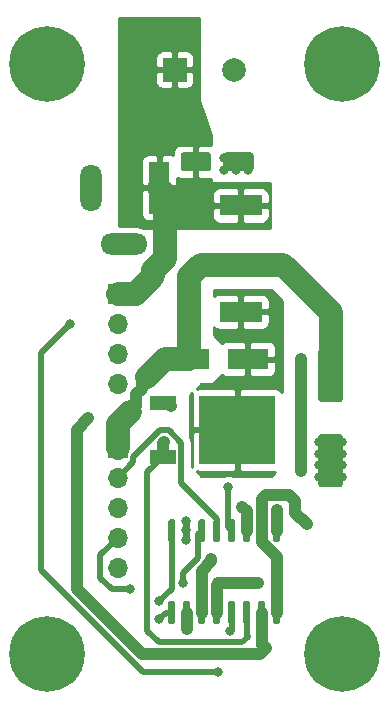
<source format=gbr>
%TF.GenerationSoftware,KiCad,Pcbnew,(5.1.6-0-10_14)*%
%TF.CreationDate,2021-01-02T16:58:20+01:00*%
%TF.ProjectId,driver-v2,64726976-6572-42d7-9632-2e6b69636164,rev?*%
%TF.SameCoordinates,Original*%
%TF.FileFunction,Copper,L1,Top*%
%TF.FilePolarity,Positive*%
%FSLAX46Y46*%
G04 Gerber Fmt 4.6, Leading zero omitted, Abs format (unit mm)*
G04 Created by KiCad (PCBNEW (5.1.6-0-10_14)) date 2021-01-02 16:58:20*
%MOMM*%
%LPD*%
G01*
G04 APERTURE LIST*
%TA.AperFunction,ComponentPad*%
%ADD10C,6.400000*%
%TD*%
%TA.AperFunction,ComponentPad*%
%ADD11R,2.000000X2.000000*%
%TD*%
%TA.AperFunction,ComponentPad*%
%ADD12C,2.000000*%
%TD*%
%TA.AperFunction,SMDPad,CuDef*%
%ADD13R,3.500000X1.800000*%
%TD*%
%TA.AperFunction,ComponentPad*%
%ADD14O,4.000000X1.800000*%
%TD*%
%TA.AperFunction,ComponentPad*%
%ADD15O,1.800000X4.000000*%
%TD*%
%TA.AperFunction,ComponentPad*%
%ADD16R,1.800000X4.400000*%
%TD*%
%TA.AperFunction,SMDPad,CuDef*%
%ADD17R,3.600000X1.800000*%
%TD*%
%TA.AperFunction,ComponentPad*%
%ADD18R,1.700000X1.700000*%
%TD*%
%TA.AperFunction,ComponentPad*%
%ADD19O,1.700000X1.700000*%
%TD*%
%TA.AperFunction,SMDPad,CuDef*%
%ADD20R,2.200000X1.200000*%
%TD*%
%TA.AperFunction,SMDPad,CuDef*%
%ADD21R,6.400000X5.800000*%
%TD*%
%TA.AperFunction,ViaPad*%
%ADD22C,0.800000*%
%TD*%
%TA.AperFunction,Conductor*%
%ADD23C,2.000000*%
%TD*%
%TA.AperFunction,Conductor*%
%ADD24C,1.000000*%
%TD*%
%TA.AperFunction,Conductor*%
%ADD25C,0.500000*%
%TD*%
%TA.AperFunction,Conductor*%
%ADD26C,0.254000*%
%TD*%
G04 APERTURE END LIST*
D10*
%TO.P,REF\u002A\u002A,1*%
%TO.N,N/C*%
X25000000Y-70000000D03*
%TD*%
%TO.P,REF\u002A\u002A,1*%
%TO.N,N/C*%
X25000000Y-20000000D03*
%TD*%
%TO.P,REF\u002A\u002A,1*%
%TO.N,N/C*%
X50000000Y-70000000D03*
%TD*%
%TO.P,REF\u002A\u002A,1*%
%TO.N,N/C*%
X50000000Y-20000000D03*
%TD*%
D11*
%TO.P,C1,1*%
%TO.N,VIN*%
X35800000Y-20500000D03*
D12*
%TO.P,C1,2*%
%TO.N,GND*%
X40800000Y-20500000D03*
%TD*%
%TO.P,C3,1*%
%TO.N,VIN*%
%TA.AperFunction,SMDPad,CuDef*%
G36*
G01*
X36300000Y-28850000D02*
X36300000Y-27750000D01*
G75*
G02*
X36550000Y-27500000I250000J0D01*
G01*
X38650000Y-27500000D01*
G75*
G02*
X38900000Y-27750000I0J-250000D01*
G01*
X38900000Y-28850000D01*
G75*
G02*
X38650000Y-29100000I-250000J0D01*
G01*
X36550000Y-29100000D01*
G75*
G02*
X36300000Y-28850000I0J250000D01*
G01*
G37*
%TD.AperFunction*%
%TO.P,C3,2*%
%TO.N,GND*%
%TA.AperFunction,SMDPad,CuDef*%
G36*
G01*
X39900000Y-28850000D02*
X39900000Y-27750000D01*
G75*
G02*
X40150000Y-27500000I250000J0D01*
G01*
X42250000Y-27500000D01*
G75*
G02*
X42500000Y-27750000I0J-250000D01*
G01*
X42500000Y-28850000D01*
G75*
G02*
X42250000Y-29100000I-250000J0D01*
G01*
X40150000Y-29100000D01*
G75*
G02*
X39900000Y-28850000I0J250000D01*
G01*
G37*
%TD.AperFunction*%
%TD*%
%TO.P,C6,2*%
%TO.N,GND*%
%TA.AperFunction,SMDPad,CuDef*%
G36*
G01*
X48200000Y-51350000D02*
X49800000Y-51350000D01*
G75*
G02*
X50050000Y-51600000I0J-250000D01*
G01*
X50050000Y-55600000D01*
G75*
G02*
X49800000Y-55850000I-250000J0D01*
G01*
X48200000Y-55850000D01*
G75*
G02*
X47950000Y-55600000I0J250000D01*
G01*
X47950000Y-51600000D01*
G75*
G02*
X48200000Y-51350000I250000J0D01*
G01*
G37*
%TD.AperFunction*%
%TO.P,C6,1*%
%TO.N,Vout*%
%TA.AperFunction,SMDPad,CuDef*%
G36*
G01*
X48200000Y-44150000D02*
X49800000Y-44150000D01*
G75*
G02*
X50050000Y-44400000I0J-250000D01*
G01*
X50050000Y-48400000D01*
G75*
G02*
X49800000Y-48650000I-250000J0D01*
G01*
X48200000Y-48650000D01*
G75*
G02*
X47950000Y-48400000I0J250000D01*
G01*
X47950000Y-44400000D01*
G75*
G02*
X48200000Y-44150000I250000J0D01*
G01*
G37*
%TD.AperFunction*%
%TD*%
D13*
%TO.P,D1,1*%
%TO.N,Vout*%
X37000000Y-45000000D03*
%TO.P,D1,2*%
%TO.N,Net-(D1-Pad2)*%
X42000000Y-45000000D03*
%TD*%
D14*
%TO.P,J1,3*%
%TO.N,N/C*%
X31500000Y-35300000D03*
D15*
%TO.P,J1,2*%
%TO.N,GND*%
X28700000Y-30500000D03*
D16*
%TO.P,J1,1*%
%TO.N,VIN*%
X34500000Y-30500000D03*
%TD*%
D17*
%TO.P,L1,1*%
%TO.N,VIN*%
X41400000Y-32000000D03*
%TO.P,L1,2*%
%TO.N,Net-(D1-Pad2)*%
X41400000Y-41000000D03*
%TD*%
D18*
%TO.P,LS1,1*%
%TO.N,Vout*%
X31000000Y-52500000D03*
D19*
%TO.P,LS1,2*%
%TO.N,LS1-*%
X31000000Y-55040000D03*
%TO.P,LS1,3*%
%TO.N,LS2-*%
X31000000Y-57580000D03*
%TO.P,LS1,4*%
%TO.N,LS3-*%
X31000000Y-60120000D03*
%TO.P,LS1,5*%
%TO.N,LS4-*%
X31000000Y-62660000D03*
%TD*%
D20*
%TO.P,Q1,1*%
%TO.N,Net-(Q1-Pad1)*%
X34800000Y-48720000D03*
%TO.P,Q1,3*%
%TO.N,Net-(Q1-Pad3)*%
X34800000Y-53280000D03*
D21*
%TO.P,Q1,2*%
%TO.N,Net-(D1-Pad2)*%
X41100000Y-51000000D03*
%TD*%
D18*
%TO.P,REMOTE1,1*%
%TO.N,VIN*%
X31000000Y-39500000D03*
D19*
%TO.P,REMOTE1,2*%
%TO.N,EN*%
X31000000Y-42040000D03*
%TO.P,REMOTE1,3*%
%TO.N,PWM*%
X31000000Y-44580000D03*
%TO.P,REMOTE1,4*%
%TO.N,GND*%
X31000000Y-47120000D03*
%TD*%
%TO.P,U1,1*%
%TO.N,LS4-*%
%TA.AperFunction,SMDPad,CuDef*%
G36*
G01*
X35705000Y-67450000D02*
X35405000Y-67450000D01*
G75*
G02*
X35255000Y-67300000I0J150000D01*
G01*
X35255000Y-65625000D01*
G75*
G02*
X35405000Y-65475000I150000J0D01*
G01*
X35705000Y-65475000D01*
G75*
G02*
X35855000Y-65625000I0J-150000D01*
G01*
X35855000Y-67300000D01*
G75*
G02*
X35705000Y-67450000I-150000J0D01*
G01*
G37*
%TD.AperFunction*%
%TO.P,U1,2*%
%TO.N,Net-(Riset1-Pad1)*%
%TA.AperFunction,SMDPad,CuDef*%
G36*
G01*
X36975000Y-67450000D02*
X36675000Y-67450000D01*
G75*
G02*
X36525000Y-67300000I0J150000D01*
G01*
X36525000Y-65625000D01*
G75*
G02*
X36675000Y-65475000I150000J0D01*
G01*
X36975000Y-65475000D01*
G75*
G02*
X37125000Y-65625000I0J-150000D01*
G01*
X37125000Y-67300000D01*
G75*
G02*
X36975000Y-67450000I-150000J0D01*
G01*
G37*
%TD.AperFunction*%
%TO.P,U1,3*%
%TO.N,Net-(R4-Pad2)*%
%TA.AperFunction,SMDPad,CuDef*%
G36*
G01*
X38245000Y-67450000D02*
X37945000Y-67450000D01*
G75*
G02*
X37795000Y-67300000I0J150000D01*
G01*
X37795000Y-65625000D01*
G75*
G02*
X37945000Y-65475000I150000J0D01*
G01*
X38245000Y-65475000D01*
G75*
G02*
X38395000Y-65625000I0J-150000D01*
G01*
X38395000Y-67300000D01*
G75*
G02*
X38245000Y-67450000I-150000J0D01*
G01*
G37*
%TD.AperFunction*%
%TO.P,U1,4*%
%TO.N,Net-(R1-Pad1)*%
%TA.AperFunction,SMDPad,CuDef*%
G36*
G01*
X39515000Y-67450000D02*
X39215000Y-67450000D01*
G75*
G02*
X39065000Y-67300000I0J150000D01*
G01*
X39065000Y-65625000D01*
G75*
G02*
X39215000Y-65475000I150000J0D01*
G01*
X39515000Y-65475000D01*
G75*
G02*
X39665000Y-65625000I0J-150000D01*
G01*
X39665000Y-67300000D01*
G75*
G02*
X39515000Y-67450000I-150000J0D01*
G01*
G37*
%TD.AperFunction*%
%TO.P,U1,5*%
%TO.N,Net-(Ren1-Pad1)*%
%TA.AperFunction,SMDPad,CuDef*%
G36*
G01*
X40785000Y-67450000D02*
X40485000Y-67450000D01*
G75*
G02*
X40335000Y-67300000I0J150000D01*
G01*
X40335000Y-65625000D01*
G75*
G02*
X40485000Y-65475000I150000J0D01*
G01*
X40785000Y-65475000D01*
G75*
G02*
X40935000Y-65625000I0J-150000D01*
G01*
X40935000Y-67300000D01*
G75*
G02*
X40785000Y-67450000I-150000J0D01*
G01*
G37*
%TD.AperFunction*%
%TO.P,U1,6*%
%TO.N,Net-(Q1-Pad3)*%
%TA.AperFunction,SMDPad,CuDef*%
G36*
G01*
X42055000Y-67450000D02*
X41755000Y-67450000D01*
G75*
G02*
X41605000Y-67300000I0J150000D01*
G01*
X41605000Y-65625000D01*
G75*
G02*
X41755000Y-65475000I150000J0D01*
G01*
X42055000Y-65475000D01*
G75*
G02*
X42205000Y-65625000I0J-150000D01*
G01*
X42205000Y-67300000D01*
G75*
G02*
X42055000Y-67450000I-150000J0D01*
G01*
G37*
%TD.AperFunction*%
%TO.P,U1,7*%
%TO.N,Net-(Q1-Pad1)*%
%TA.AperFunction,SMDPad,CuDef*%
G36*
G01*
X43325000Y-67450000D02*
X43025000Y-67450000D01*
G75*
G02*
X42875000Y-67300000I0J150000D01*
G01*
X42875000Y-65625000D01*
G75*
G02*
X43025000Y-65475000I150000J0D01*
G01*
X43325000Y-65475000D01*
G75*
G02*
X43475000Y-65625000I0J-150000D01*
G01*
X43475000Y-67300000D01*
G75*
G02*
X43325000Y-67450000I-150000J0D01*
G01*
G37*
%TD.AperFunction*%
%TO.P,U1,8*%
%TO.N,Net-(C4-Pad1)*%
%TA.AperFunction,SMDPad,CuDef*%
G36*
G01*
X44595000Y-67450000D02*
X44295000Y-67450000D01*
G75*
G02*
X44145000Y-67300000I0J150000D01*
G01*
X44145000Y-65625000D01*
G75*
G02*
X44295000Y-65475000I150000J0D01*
G01*
X44595000Y-65475000D01*
G75*
G02*
X44745000Y-65625000I0J-150000D01*
G01*
X44745000Y-67300000D01*
G75*
G02*
X44595000Y-67450000I-150000J0D01*
G01*
G37*
%TD.AperFunction*%
%TO.P,U1,9*%
%TO.N,VIN*%
%TA.AperFunction,SMDPad,CuDef*%
G36*
G01*
X44595000Y-60525000D02*
X44295000Y-60525000D01*
G75*
G02*
X44145000Y-60375000I0J150000D01*
G01*
X44145000Y-58700000D01*
G75*
G02*
X44295000Y-58550000I150000J0D01*
G01*
X44595000Y-58550000D01*
G75*
G02*
X44745000Y-58700000I0J-150000D01*
G01*
X44745000Y-60375000D01*
G75*
G02*
X44595000Y-60525000I-150000J0D01*
G01*
G37*
%TD.AperFunction*%
%TO.P,U1,10*%
%TO.N,Net-(C4-Pad1)*%
%TA.AperFunction,SMDPad,CuDef*%
G36*
G01*
X43325000Y-60525000D02*
X43025000Y-60525000D01*
G75*
G02*
X42875000Y-60375000I0J150000D01*
G01*
X42875000Y-58700000D01*
G75*
G02*
X43025000Y-58550000I150000J0D01*
G01*
X43325000Y-58550000D01*
G75*
G02*
X43475000Y-58700000I0J-150000D01*
G01*
X43475000Y-60375000D01*
G75*
G02*
X43325000Y-60525000I-150000J0D01*
G01*
G37*
%TD.AperFunction*%
%TO.P,U1,11*%
%TO.N,Net-(R2-Pad2)*%
%TA.AperFunction,SMDPad,CuDef*%
G36*
G01*
X42055000Y-60525000D02*
X41755000Y-60525000D01*
G75*
G02*
X41605000Y-60375000I0J150000D01*
G01*
X41605000Y-58700000D01*
G75*
G02*
X41755000Y-58550000I150000J0D01*
G01*
X42055000Y-58550000D01*
G75*
G02*
X42205000Y-58700000I0J-150000D01*
G01*
X42205000Y-60375000D01*
G75*
G02*
X42055000Y-60525000I-150000J0D01*
G01*
G37*
%TD.AperFunction*%
%TO.P,U1,12*%
%TO.N,Net-(Rpwm1-Pad1)*%
%TA.AperFunction,SMDPad,CuDef*%
G36*
G01*
X40785000Y-60525000D02*
X40485000Y-60525000D01*
G75*
G02*
X40335000Y-60375000I0J150000D01*
G01*
X40335000Y-58700000D01*
G75*
G02*
X40485000Y-58550000I150000J0D01*
G01*
X40785000Y-58550000D01*
G75*
G02*
X40935000Y-58700000I0J-150000D01*
G01*
X40935000Y-60375000D01*
G75*
G02*
X40785000Y-60525000I-150000J0D01*
G01*
G37*
%TD.AperFunction*%
%TO.P,U1,13*%
%TO.N,LS1-*%
%TA.AperFunction,SMDPad,CuDef*%
G36*
G01*
X39515000Y-60525000D02*
X39215000Y-60525000D01*
G75*
G02*
X39065000Y-60375000I0J150000D01*
G01*
X39065000Y-58700000D01*
G75*
G02*
X39215000Y-58550000I150000J0D01*
G01*
X39515000Y-58550000D01*
G75*
G02*
X39665000Y-58700000I0J-150000D01*
G01*
X39665000Y-60375000D01*
G75*
G02*
X39515000Y-60525000I-150000J0D01*
G01*
G37*
%TD.AperFunction*%
%TO.P,U1,14*%
%TO.N,LS2-*%
%TA.AperFunction,SMDPad,CuDef*%
G36*
G01*
X38245000Y-60525000D02*
X37945000Y-60525000D01*
G75*
G02*
X37795000Y-60375000I0J150000D01*
G01*
X37795000Y-58700000D01*
G75*
G02*
X37945000Y-58550000I150000J0D01*
G01*
X38245000Y-58550000D01*
G75*
G02*
X38395000Y-58700000I0J-150000D01*
G01*
X38395000Y-60375000D01*
G75*
G02*
X38245000Y-60525000I-150000J0D01*
G01*
G37*
%TD.AperFunction*%
%TO.P,U1,15*%
%TO.N,GND*%
%TA.AperFunction,SMDPad,CuDef*%
G36*
G01*
X36975000Y-60525000D02*
X36675000Y-60525000D01*
G75*
G02*
X36525000Y-60375000I0J150000D01*
G01*
X36525000Y-58700000D01*
G75*
G02*
X36675000Y-58550000I150000J0D01*
G01*
X36975000Y-58550000D01*
G75*
G02*
X37125000Y-58700000I0J-150000D01*
G01*
X37125000Y-60375000D01*
G75*
G02*
X36975000Y-60525000I-150000J0D01*
G01*
G37*
%TD.AperFunction*%
%TO.P,U1,16*%
%TO.N,LS3-*%
%TA.AperFunction,SMDPad,CuDef*%
G36*
G01*
X35705000Y-60525000D02*
X35405000Y-60525000D01*
G75*
G02*
X35255000Y-60375000I0J150000D01*
G01*
X35255000Y-58700000D01*
G75*
G02*
X35405000Y-58550000I150000J0D01*
G01*
X35705000Y-58550000D01*
G75*
G02*
X35855000Y-58700000I0J-150000D01*
G01*
X35855000Y-60375000D01*
G75*
G02*
X35705000Y-60525000I-150000J0D01*
G01*
G37*
%TD.AperFunction*%
%TD*%
D22*
%TO.N,VIN*%
X44445000Y-57755010D03*
X46500000Y-45000000D03*
X46500000Y-54500000D03*
%TO.N,GND*%
X36800000Y-60300000D03*
X36800000Y-59500000D03*
X36800000Y-58700000D03*
X48000000Y-55000000D03*
X48000000Y-54000000D03*
X48000000Y-53000000D03*
X48000000Y-52000000D03*
X50000000Y-52000000D03*
X50000000Y-53000000D03*
X50000000Y-54000000D03*
X50000000Y-55000000D03*
X49000000Y-55000000D03*
X49000000Y-54000000D03*
X49000000Y-53000000D03*
X49000000Y-52000000D03*
X42000000Y-29000000D03*
X41000000Y-29000000D03*
X41000000Y-28000000D03*
X40000000Y-28000000D03*
X40000000Y-29000000D03*
X42000000Y-28000000D03*
%TO.N,Net-(C4-Pad1)*%
X47000000Y-59000000D03*
%TO.N,LS2-*%
X36500000Y-64000000D03*
%TO.N,LS3-*%
X34500000Y-65500000D03*
X32000000Y-64500000D03*
%TO.N,LS4-*%
X34500000Y-67000000D03*
%TO.N,Net-(Q1-Pad1)*%
X35500000Y-49000000D03*
X28500000Y-50000000D03*
%TO.N,Net-(Q1-Pad3)*%
X34912500Y-52000000D03*
%TO.N,Net-(R1-Pad1)*%
X42900000Y-64000000D03*
%TO.N,Net-(R2-Pad2)*%
X41500000Y-57500000D03*
%TO.N,Net-(R4-Pad2)*%
X38875000Y-61900000D03*
%TO.N,Net-(Ren1-Pad1)*%
X40500000Y-68000000D03*
X39500000Y-71500000D03*
X26975000Y-42000000D03*
%TO.N,Net-(Riset1-Pad1)*%
X36825000Y-67825000D03*
%TO.N,Net-(Rpwm1-Pad1)*%
X40335000Y-55835000D03*
%TD*%
D23*
%TO.N,VIN*%
X35000000Y-36500000D02*
X35000000Y-31000000D01*
X34000000Y-37500000D02*
X35000000Y-36500000D01*
X32500000Y-39500000D02*
X34000000Y-38000000D01*
X35000000Y-31000000D02*
X34500000Y-30500000D01*
X34000000Y-38000000D02*
X34000000Y-37500000D01*
X31000000Y-39500000D02*
X32500000Y-39500000D01*
D24*
X44445000Y-59537500D02*
X44445000Y-57755010D01*
X46500000Y-45000000D02*
X46500000Y-54500000D01*
%TO.N,Net-(C4-Pad1)*%
X44445000Y-61727098D02*
X44445000Y-66462500D01*
X43175000Y-60457098D02*
X44445000Y-61727098D01*
X43175000Y-59537500D02*
X43175000Y-60457098D01*
X47000000Y-59000000D02*
X46000000Y-58000000D01*
X46000000Y-58000000D02*
X46000000Y-57000000D01*
X46000000Y-57000000D02*
X45500000Y-56500000D01*
X45500000Y-56500000D02*
X43500000Y-56500000D01*
X43175000Y-56825000D02*
X43175000Y-59537500D01*
X43500000Y-56500000D02*
X43175000Y-56825000D01*
D23*
%TO.N,Vout*%
X38000000Y-37000000D02*
X45000000Y-37000000D01*
X37000000Y-38000000D02*
X38000000Y-37000000D01*
X49000000Y-41000000D02*
X49000000Y-46400000D01*
X45000000Y-37000000D02*
X49000000Y-41000000D01*
X37000000Y-45000000D02*
X37000000Y-38000000D01*
X31000000Y-52500000D02*
X31000000Y-50500000D01*
X31000000Y-50500000D02*
X32000000Y-49500000D01*
X37000000Y-45000000D02*
X35000000Y-45000000D01*
X35000000Y-45000000D02*
X33500000Y-46500000D01*
D24*
X32999999Y-47000001D02*
X32999999Y-47499999D01*
X33500000Y-46500000D02*
X32999999Y-47000001D01*
X32999999Y-47499999D02*
X32500000Y-47999998D01*
X32500000Y-49000000D02*
X32000000Y-49500000D01*
X32500000Y-47999998D02*
X32500000Y-49000000D01*
D25*
%TO.N,LS1-*%
X32300001Y-53739999D02*
X31000000Y-55040000D01*
X32300001Y-53268983D02*
X32300001Y-53739999D01*
X35306007Y-51049991D02*
X34518993Y-51049991D01*
X36350001Y-52093985D02*
X35306007Y-51049991D01*
X34518993Y-51049991D02*
X32300001Y-53268983D01*
X36350001Y-55535001D02*
X36350001Y-52093985D01*
X39365000Y-58550000D02*
X36350001Y-55535001D01*
X39365000Y-59537500D02*
X39365000Y-58550000D01*
%TO.N,LS2-*%
X37795000Y-61861484D02*
X36500000Y-63156484D01*
X37795000Y-59837500D02*
X37795000Y-61861484D01*
X38095000Y-59537500D02*
X37795000Y-59837500D01*
X36500000Y-63156484D02*
X36500000Y-64000000D01*
%TO.N,LS3-*%
X35555000Y-59537500D02*
X35555000Y-64445000D01*
X35555000Y-64445000D02*
X34500000Y-65500000D01*
X32000000Y-64500000D02*
X30500000Y-64500000D01*
X30500000Y-64500000D02*
X29500000Y-63500000D01*
X29500000Y-61620000D02*
X31000000Y-60120000D01*
X29500000Y-63500000D02*
X29500000Y-61620000D01*
%TO.N,LS4-*%
X35555000Y-66462500D02*
X35037500Y-66462500D01*
X35037500Y-66462500D02*
X34500000Y-67000000D01*
D24*
%TO.N,Net-(Q1-Pad1)*%
X35220000Y-48720000D02*
X35500000Y-49000000D01*
X34800000Y-48720000D02*
X35220000Y-48720000D01*
X43175000Y-67382098D02*
X43175000Y-66462500D01*
X43175000Y-69175000D02*
X43175000Y-66462500D01*
X43000000Y-70000000D02*
X43500000Y-69500000D01*
X33000000Y-70000000D02*
X43000000Y-70000000D01*
X43500000Y-69500000D02*
X43175000Y-69175000D01*
X27500000Y-64500000D02*
X33000000Y-70000000D01*
X27500000Y-51000000D02*
X27500000Y-64500000D01*
X28500000Y-50000000D02*
X27500000Y-51000000D01*
%TO.N,Net-(Q1-Pad3)*%
X34800000Y-52112500D02*
X34912500Y-52000000D01*
X34800000Y-53280000D02*
X34800000Y-52112500D01*
D25*
X41905000Y-66462500D02*
X41905000Y-67028544D01*
X41905000Y-68405000D02*
X41905000Y-66462500D01*
X42000000Y-68500000D02*
X41905000Y-68405000D01*
X41500000Y-69000000D02*
X42000000Y-68500000D01*
X34500000Y-69000000D02*
X41500000Y-69000000D01*
X33500000Y-54580000D02*
X33500000Y-68000000D01*
X33500000Y-68000000D02*
X34500000Y-69000000D01*
X34800000Y-53280000D02*
X33500000Y-54580000D01*
D24*
%TO.N,Net-(R1-Pad1)*%
X39365000Y-66462500D02*
X39365000Y-64135000D01*
X39365000Y-64135000D02*
X39500000Y-64000000D01*
X39500000Y-64000000D02*
X42900000Y-64000000D01*
%TO.N,Net-(R2-Pad2)*%
X41905000Y-57905000D02*
X41905000Y-59537500D01*
X41500000Y-57500000D02*
X41905000Y-57905000D01*
%TO.N,Net-(R4-Pad2)*%
X38095000Y-66462500D02*
X38095000Y-62905000D01*
X38875000Y-62125000D02*
X38875000Y-61900000D01*
X38095000Y-62905000D02*
X38875000Y-62125000D01*
D25*
%TO.N,Net-(Ren1-Pad1)*%
X40635000Y-67865000D02*
X40500000Y-68000000D01*
X40635000Y-66462500D02*
X40635000Y-67865000D01*
X33156484Y-71500000D02*
X24500000Y-62843516D01*
X39500000Y-71500000D02*
X33156484Y-71500000D01*
X24500000Y-44475000D02*
X26975000Y-42000000D01*
X24500000Y-62843516D02*
X24500000Y-44475000D01*
D24*
%TO.N,Net-(Riset1-Pad1)*%
X36825000Y-66462500D02*
X36825000Y-67825000D01*
D25*
%TO.N,Net-(Rpwm1-Pad1)*%
X40335000Y-59237500D02*
X40335000Y-55835000D01*
X40635000Y-59537500D02*
X40335000Y-59237500D01*
%TD*%
D26*
%TO.N,VIN*%
G36*
X37873000Y-23000000D02*
G01*
X37875440Y-23024776D01*
X37879517Y-23040161D01*
X38873000Y-26020610D01*
X38873000Y-26862010D01*
X37885750Y-26865000D01*
X37727000Y-27023750D01*
X37727000Y-28173000D01*
X37747000Y-28173000D01*
X37747000Y-28427000D01*
X37727000Y-28427000D01*
X37727000Y-29576250D01*
X37885750Y-29735000D01*
X38873000Y-29737990D01*
X38873000Y-30000000D01*
X38875440Y-30024776D01*
X38882667Y-30048601D01*
X38894403Y-30070557D01*
X38910197Y-30089803D01*
X38929443Y-30105597D01*
X38951399Y-30117333D01*
X38975224Y-30124560D01*
X39000000Y-30127000D01*
X43873000Y-30127000D01*
X43873000Y-33873000D01*
X33183724Y-33873000D01*
X32900913Y-33787210D01*
X32675408Y-33765000D01*
X31127000Y-33765000D01*
X31127000Y-32700000D01*
X32961928Y-32700000D01*
X32974188Y-32824482D01*
X33010498Y-32944180D01*
X33069463Y-33054494D01*
X33148815Y-33151185D01*
X33245506Y-33230537D01*
X33355820Y-33289502D01*
X33475518Y-33325812D01*
X33600000Y-33338072D01*
X34214250Y-33335000D01*
X34373000Y-33176250D01*
X34373000Y-30627000D01*
X34627000Y-30627000D01*
X34627000Y-33176250D01*
X34785750Y-33335000D01*
X35400000Y-33338072D01*
X35524482Y-33325812D01*
X35644180Y-33289502D01*
X35754494Y-33230537D01*
X35851185Y-33151185D01*
X35930537Y-33054494D01*
X35989502Y-32944180D01*
X36002903Y-32900000D01*
X38961928Y-32900000D01*
X38974188Y-33024482D01*
X39010498Y-33144180D01*
X39069463Y-33254494D01*
X39148815Y-33351185D01*
X39245506Y-33430537D01*
X39355820Y-33489502D01*
X39475518Y-33525812D01*
X39600000Y-33538072D01*
X41114250Y-33535000D01*
X41273000Y-33376250D01*
X41273000Y-32127000D01*
X41527000Y-32127000D01*
X41527000Y-33376250D01*
X41685750Y-33535000D01*
X43200000Y-33538072D01*
X43324482Y-33525812D01*
X43444180Y-33489502D01*
X43554494Y-33430537D01*
X43651185Y-33351185D01*
X43730537Y-33254494D01*
X43789502Y-33144180D01*
X43825812Y-33024482D01*
X43838072Y-32900000D01*
X43835000Y-32285750D01*
X43676250Y-32127000D01*
X41527000Y-32127000D01*
X41273000Y-32127000D01*
X39123750Y-32127000D01*
X38965000Y-32285750D01*
X38961928Y-32900000D01*
X36002903Y-32900000D01*
X36025812Y-32824482D01*
X36038072Y-32700000D01*
X36035505Y-31100000D01*
X38961928Y-31100000D01*
X38965000Y-31714250D01*
X39123750Y-31873000D01*
X41273000Y-31873000D01*
X41273000Y-30623750D01*
X41527000Y-30623750D01*
X41527000Y-31873000D01*
X43676250Y-31873000D01*
X43835000Y-31714250D01*
X43838072Y-31100000D01*
X43825812Y-30975518D01*
X43789502Y-30855820D01*
X43730537Y-30745506D01*
X43651185Y-30648815D01*
X43554494Y-30569463D01*
X43444180Y-30510498D01*
X43324482Y-30474188D01*
X43200000Y-30461928D01*
X41685750Y-30465000D01*
X41527000Y-30623750D01*
X41273000Y-30623750D01*
X41114250Y-30465000D01*
X39600000Y-30461928D01*
X39475518Y-30474188D01*
X39355820Y-30510498D01*
X39245506Y-30569463D01*
X39148815Y-30648815D01*
X39069463Y-30745506D01*
X39010498Y-30855820D01*
X38974188Y-30975518D01*
X38961928Y-31100000D01*
X36035505Y-31100000D01*
X36035000Y-30785750D01*
X35876250Y-30627000D01*
X34627000Y-30627000D01*
X34373000Y-30627000D01*
X33123750Y-30627000D01*
X32965000Y-30785750D01*
X32961928Y-32700000D01*
X31127000Y-32700000D01*
X31127000Y-28300000D01*
X32961928Y-28300000D01*
X32965000Y-30214250D01*
X33123750Y-30373000D01*
X34373000Y-30373000D01*
X34373000Y-27823750D01*
X34627000Y-27823750D01*
X34627000Y-30373000D01*
X35876250Y-30373000D01*
X36035000Y-30214250D01*
X36035859Y-29678833D01*
X36055820Y-29689502D01*
X36175518Y-29725812D01*
X36300000Y-29738072D01*
X37314250Y-29735000D01*
X37473000Y-29576250D01*
X37473000Y-28427000D01*
X37453000Y-28427000D01*
X37453000Y-28173000D01*
X37473000Y-28173000D01*
X37473000Y-27023750D01*
X37314250Y-26865000D01*
X36300000Y-26861928D01*
X36175518Y-26874188D01*
X36055820Y-26910498D01*
X35945506Y-26969463D01*
X35848815Y-27048815D01*
X35769463Y-27145506D01*
X35710498Y-27255820D01*
X35674188Y-27375518D01*
X35661928Y-27500000D01*
X35663246Y-27720689D01*
X35644180Y-27710498D01*
X35524482Y-27674188D01*
X35400000Y-27661928D01*
X34785750Y-27665000D01*
X34627000Y-27823750D01*
X34373000Y-27823750D01*
X34214250Y-27665000D01*
X33600000Y-27661928D01*
X33475518Y-27674188D01*
X33355820Y-27710498D01*
X33245506Y-27769463D01*
X33148815Y-27848815D01*
X33069463Y-27945506D01*
X33010498Y-28055820D01*
X32974188Y-28175518D01*
X32961928Y-28300000D01*
X31127000Y-28300000D01*
X31127000Y-21500000D01*
X34161928Y-21500000D01*
X34174188Y-21624482D01*
X34210498Y-21744180D01*
X34269463Y-21854494D01*
X34348815Y-21951185D01*
X34445506Y-22030537D01*
X34555820Y-22089502D01*
X34675518Y-22125812D01*
X34800000Y-22138072D01*
X35514250Y-22135000D01*
X35673000Y-21976250D01*
X35673000Y-20627000D01*
X35927000Y-20627000D01*
X35927000Y-21976250D01*
X36085750Y-22135000D01*
X36800000Y-22138072D01*
X36924482Y-22125812D01*
X37044180Y-22089502D01*
X37154494Y-22030537D01*
X37251185Y-21951185D01*
X37330537Y-21854494D01*
X37389502Y-21744180D01*
X37425812Y-21624482D01*
X37438072Y-21500000D01*
X37435000Y-20785750D01*
X37276250Y-20627000D01*
X35927000Y-20627000D01*
X35673000Y-20627000D01*
X34323750Y-20627000D01*
X34165000Y-20785750D01*
X34161928Y-21500000D01*
X31127000Y-21500000D01*
X31127000Y-19500000D01*
X34161928Y-19500000D01*
X34165000Y-20214250D01*
X34323750Y-20373000D01*
X35673000Y-20373000D01*
X35673000Y-19023750D01*
X35927000Y-19023750D01*
X35927000Y-20373000D01*
X37276250Y-20373000D01*
X37435000Y-20214250D01*
X37438072Y-19500000D01*
X37425812Y-19375518D01*
X37389502Y-19255820D01*
X37330537Y-19145506D01*
X37251185Y-19048815D01*
X37154494Y-18969463D01*
X37044180Y-18910498D01*
X36924482Y-18874188D01*
X36800000Y-18861928D01*
X36085750Y-18865000D01*
X35927000Y-19023750D01*
X35673000Y-19023750D01*
X35514250Y-18865000D01*
X34800000Y-18861928D01*
X34675518Y-18874188D01*
X34555820Y-18910498D01*
X34445506Y-18969463D01*
X34348815Y-19048815D01*
X34269463Y-19145506D01*
X34210498Y-19255820D01*
X34174188Y-19375518D01*
X34161928Y-19500000D01*
X31127000Y-19500000D01*
X31127000Y-16127000D01*
X37873000Y-16127000D01*
X37873000Y-23000000D01*
G37*
X37873000Y-23000000D02*
X37875440Y-23024776D01*
X37879517Y-23040161D01*
X38873000Y-26020610D01*
X38873000Y-26862010D01*
X37885750Y-26865000D01*
X37727000Y-27023750D01*
X37727000Y-28173000D01*
X37747000Y-28173000D01*
X37747000Y-28427000D01*
X37727000Y-28427000D01*
X37727000Y-29576250D01*
X37885750Y-29735000D01*
X38873000Y-29737990D01*
X38873000Y-30000000D01*
X38875440Y-30024776D01*
X38882667Y-30048601D01*
X38894403Y-30070557D01*
X38910197Y-30089803D01*
X38929443Y-30105597D01*
X38951399Y-30117333D01*
X38975224Y-30124560D01*
X39000000Y-30127000D01*
X43873000Y-30127000D01*
X43873000Y-33873000D01*
X33183724Y-33873000D01*
X32900913Y-33787210D01*
X32675408Y-33765000D01*
X31127000Y-33765000D01*
X31127000Y-32700000D01*
X32961928Y-32700000D01*
X32974188Y-32824482D01*
X33010498Y-32944180D01*
X33069463Y-33054494D01*
X33148815Y-33151185D01*
X33245506Y-33230537D01*
X33355820Y-33289502D01*
X33475518Y-33325812D01*
X33600000Y-33338072D01*
X34214250Y-33335000D01*
X34373000Y-33176250D01*
X34373000Y-30627000D01*
X34627000Y-30627000D01*
X34627000Y-33176250D01*
X34785750Y-33335000D01*
X35400000Y-33338072D01*
X35524482Y-33325812D01*
X35644180Y-33289502D01*
X35754494Y-33230537D01*
X35851185Y-33151185D01*
X35930537Y-33054494D01*
X35989502Y-32944180D01*
X36002903Y-32900000D01*
X38961928Y-32900000D01*
X38974188Y-33024482D01*
X39010498Y-33144180D01*
X39069463Y-33254494D01*
X39148815Y-33351185D01*
X39245506Y-33430537D01*
X39355820Y-33489502D01*
X39475518Y-33525812D01*
X39600000Y-33538072D01*
X41114250Y-33535000D01*
X41273000Y-33376250D01*
X41273000Y-32127000D01*
X41527000Y-32127000D01*
X41527000Y-33376250D01*
X41685750Y-33535000D01*
X43200000Y-33538072D01*
X43324482Y-33525812D01*
X43444180Y-33489502D01*
X43554494Y-33430537D01*
X43651185Y-33351185D01*
X43730537Y-33254494D01*
X43789502Y-33144180D01*
X43825812Y-33024482D01*
X43838072Y-32900000D01*
X43835000Y-32285750D01*
X43676250Y-32127000D01*
X41527000Y-32127000D01*
X41273000Y-32127000D01*
X39123750Y-32127000D01*
X38965000Y-32285750D01*
X38961928Y-32900000D01*
X36002903Y-32900000D01*
X36025812Y-32824482D01*
X36038072Y-32700000D01*
X36035505Y-31100000D01*
X38961928Y-31100000D01*
X38965000Y-31714250D01*
X39123750Y-31873000D01*
X41273000Y-31873000D01*
X41273000Y-30623750D01*
X41527000Y-30623750D01*
X41527000Y-31873000D01*
X43676250Y-31873000D01*
X43835000Y-31714250D01*
X43838072Y-31100000D01*
X43825812Y-30975518D01*
X43789502Y-30855820D01*
X43730537Y-30745506D01*
X43651185Y-30648815D01*
X43554494Y-30569463D01*
X43444180Y-30510498D01*
X43324482Y-30474188D01*
X43200000Y-30461928D01*
X41685750Y-30465000D01*
X41527000Y-30623750D01*
X41273000Y-30623750D01*
X41114250Y-30465000D01*
X39600000Y-30461928D01*
X39475518Y-30474188D01*
X39355820Y-30510498D01*
X39245506Y-30569463D01*
X39148815Y-30648815D01*
X39069463Y-30745506D01*
X39010498Y-30855820D01*
X38974188Y-30975518D01*
X38961928Y-31100000D01*
X36035505Y-31100000D01*
X36035000Y-30785750D01*
X35876250Y-30627000D01*
X34627000Y-30627000D01*
X34373000Y-30627000D01*
X33123750Y-30627000D01*
X32965000Y-30785750D01*
X32961928Y-32700000D01*
X31127000Y-32700000D01*
X31127000Y-28300000D01*
X32961928Y-28300000D01*
X32965000Y-30214250D01*
X33123750Y-30373000D01*
X34373000Y-30373000D01*
X34373000Y-27823750D01*
X34627000Y-27823750D01*
X34627000Y-30373000D01*
X35876250Y-30373000D01*
X36035000Y-30214250D01*
X36035859Y-29678833D01*
X36055820Y-29689502D01*
X36175518Y-29725812D01*
X36300000Y-29738072D01*
X37314250Y-29735000D01*
X37473000Y-29576250D01*
X37473000Y-28427000D01*
X37453000Y-28427000D01*
X37453000Y-28173000D01*
X37473000Y-28173000D01*
X37473000Y-27023750D01*
X37314250Y-26865000D01*
X36300000Y-26861928D01*
X36175518Y-26874188D01*
X36055820Y-26910498D01*
X35945506Y-26969463D01*
X35848815Y-27048815D01*
X35769463Y-27145506D01*
X35710498Y-27255820D01*
X35674188Y-27375518D01*
X35661928Y-27500000D01*
X35663246Y-27720689D01*
X35644180Y-27710498D01*
X35524482Y-27674188D01*
X35400000Y-27661928D01*
X34785750Y-27665000D01*
X34627000Y-27823750D01*
X34373000Y-27823750D01*
X34214250Y-27665000D01*
X33600000Y-27661928D01*
X33475518Y-27674188D01*
X33355820Y-27710498D01*
X33245506Y-27769463D01*
X33148815Y-27848815D01*
X33069463Y-27945506D01*
X33010498Y-28055820D01*
X32974188Y-28175518D01*
X32961928Y-28300000D01*
X31127000Y-28300000D01*
X31127000Y-21500000D01*
X34161928Y-21500000D01*
X34174188Y-21624482D01*
X34210498Y-21744180D01*
X34269463Y-21854494D01*
X34348815Y-21951185D01*
X34445506Y-22030537D01*
X34555820Y-22089502D01*
X34675518Y-22125812D01*
X34800000Y-22138072D01*
X35514250Y-22135000D01*
X35673000Y-21976250D01*
X35673000Y-20627000D01*
X35927000Y-20627000D01*
X35927000Y-21976250D01*
X36085750Y-22135000D01*
X36800000Y-22138072D01*
X36924482Y-22125812D01*
X37044180Y-22089502D01*
X37154494Y-22030537D01*
X37251185Y-21951185D01*
X37330537Y-21854494D01*
X37389502Y-21744180D01*
X37425812Y-21624482D01*
X37438072Y-21500000D01*
X37435000Y-20785750D01*
X37276250Y-20627000D01*
X35927000Y-20627000D01*
X35673000Y-20627000D01*
X34323750Y-20627000D01*
X34165000Y-20785750D01*
X34161928Y-21500000D01*
X31127000Y-21500000D01*
X31127000Y-19500000D01*
X34161928Y-19500000D01*
X34165000Y-20214250D01*
X34323750Y-20373000D01*
X35673000Y-20373000D01*
X35673000Y-19023750D01*
X35927000Y-19023750D01*
X35927000Y-20373000D01*
X37276250Y-20373000D01*
X37435000Y-20214250D01*
X37438072Y-19500000D01*
X37425812Y-19375518D01*
X37389502Y-19255820D01*
X37330537Y-19145506D01*
X37251185Y-19048815D01*
X37154494Y-18969463D01*
X37044180Y-18910498D01*
X36924482Y-18874188D01*
X36800000Y-18861928D01*
X36085750Y-18865000D01*
X35927000Y-19023750D01*
X35673000Y-19023750D01*
X35514250Y-18865000D01*
X34800000Y-18861928D01*
X34675518Y-18874188D01*
X34555820Y-18910498D01*
X34445506Y-18969463D01*
X34348815Y-19048815D01*
X34269463Y-19145506D01*
X34210498Y-19255820D01*
X34174188Y-19375518D01*
X34161928Y-19500000D01*
X31127000Y-19500000D01*
X31127000Y-16127000D01*
X37873000Y-16127000D01*
X37873000Y-23000000D01*
%TO.N,Net-(D1-Pad2)*%
G36*
X44873000Y-40052606D02*
G01*
X44873000Y-47824947D01*
X44830537Y-47745506D01*
X44751185Y-47648815D01*
X44654494Y-47569463D01*
X44544180Y-47510498D01*
X44424482Y-47474188D01*
X44300000Y-47461928D01*
X41385750Y-47465000D01*
X41227000Y-47623750D01*
X41227000Y-50873000D01*
X41247000Y-50873000D01*
X41247000Y-51127000D01*
X41227000Y-51127000D01*
X41227000Y-54376250D01*
X41385750Y-54535000D01*
X44282341Y-54538053D01*
X43947394Y-54873000D01*
X40717112Y-54873000D01*
X40636898Y-54839774D01*
X40436939Y-54800000D01*
X40233061Y-54800000D01*
X40033102Y-54839774D01*
X39952888Y-54873000D01*
X38052606Y-54873000D01*
X37674894Y-54495288D01*
X37775518Y-54525812D01*
X37900000Y-54538072D01*
X40814250Y-54535000D01*
X40973000Y-54376250D01*
X40973000Y-51127000D01*
X37423750Y-51127000D01*
X37265000Y-51285750D01*
X37261928Y-53900000D01*
X37274188Y-54024482D01*
X37304712Y-54125106D01*
X37235001Y-54055395D01*
X37235001Y-52137450D01*
X37239282Y-52093984D01*
X37235001Y-52050518D01*
X37235001Y-52050508D01*
X37222196Y-51920495D01*
X37171590Y-51753672D01*
X37127000Y-51670249D01*
X37127000Y-48052606D01*
X37304712Y-47874894D01*
X37274188Y-47975518D01*
X37261928Y-48100000D01*
X37265000Y-50714250D01*
X37423750Y-50873000D01*
X40973000Y-50873000D01*
X40973000Y-47623750D01*
X40814250Y-47465000D01*
X37900000Y-47461928D01*
X37775518Y-47474188D01*
X37674894Y-47504712D01*
X38052606Y-47127000D01*
X39000000Y-47127000D01*
X39024776Y-47124560D01*
X39048601Y-47117333D01*
X39070557Y-47105597D01*
X39089803Y-47089803D01*
X39815076Y-46364530D01*
X39895506Y-46430537D01*
X40005820Y-46489502D01*
X40125518Y-46525812D01*
X40250000Y-46538072D01*
X41714250Y-46535000D01*
X41873000Y-46376250D01*
X41873000Y-45127000D01*
X42127000Y-45127000D01*
X42127000Y-46376250D01*
X42285750Y-46535000D01*
X43750000Y-46538072D01*
X43874482Y-46525812D01*
X43994180Y-46489502D01*
X44104494Y-46430537D01*
X44201185Y-46351185D01*
X44280537Y-46254494D01*
X44339502Y-46144180D01*
X44375812Y-46024482D01*
X44388072Y-45900000D01*
X44385000Y-45285750D01*
X44226250Y-45127000D01*
X42127000Y-45127000D01*
X41873000Y-45127000D01*
X41853000Y-45127000D01*
X41853000Y-44873000D01*
X41873000Y-44873000D01*
X41873000Y-43623750D01*
X42127000Y-43623750D01*
X42127000Y-44873000D01*
X44226250Y-44873000D01*
X44385000Y-44714250D01*
X44388072Y-44100000D01*
X44375812Y-43975518D01*
X44339502Y-43855820D01*
X44280537Y-43745506D01*
X44201185Y-43648815D01*
X44104494Y-43569463D01*
X43994180Y-43510498D01*
X43874482Y-43474188D01*
X43750000Y-43461928D01*
X42285750Y-43465000D01*
X42127000Y-43623750D01*
X41873000Y-43623750D01*
X41714250Y-43465000D01*
X40250000Y-43461928D01*
X40125518Y-43474188D01*
X40005820Y-43510498D01*
X39895506Y-43569463D01*
X39815076Y-43635470D01*
X39127000Y-42947394D01*
X39127000Y-42324603D01*
X39148815Y-42351185D01*
X39245506Y-42430537D01*
X39355820Y-42489502D01*
X39475518Y-42525812D01*
X39600000Y-42538072D01*
X41114250Y-42535000D01*
X41273000Y-42376250D01*
X41273000Y-41127000D01*
X41527000Y-41127000D01*
X41527000Y-42376250D01*
X41685750Y-42535000D01*
X43200000Y-42538072D01*
X43324482Y-42525812D01*
X43444180Y-42489502D01*
X43554494Y-42430537D01*
X43651185Y-42351185D01*
X43730537Y-42254494D01*
X43789502Y-42144180D01*
X43825812Y-42024482D01*
X43838072Y-41900000D01*
X43835000Y-41285750D01*
X43676250Y-41127000D01*
X41527000Y-41127000D01*
X41273000Y-41127000D01*
X41253000Y-41127000D01*
X41253000Y-40873000D01*
X41273000Y-40873000D01*
X41273000Y-39623750D01*
X41527000Y-39623750D01*
X41527000Y-40873000D01*
X43676250Y-40873000D01*
X43835000Y-40714250D01*
X43838072Y-40100000D01*
X43825812Y-39975518D01*
X43789502Y-39855820D01*
X43730537Y-39745506D01*
X43651185Y-39648815D01*
X43554494Y-39569463D01*
X43444180Y-39510498D01*
X43324482Y-39474188D01*
X43200000Y-39461928D01*
X41685750Y-39465000D01*
X41527000Y-39623750D01*
X41273000Y-39623750D01*
X41114250Y-39465000D01*
X39600000Y-39461928D01*
X39475518Y-39474188D01*
X39355820Y-39510498D01*
X39245506Y-39569463D01*
X39148815Y-39648815D01*
X39127000Y-39675397D01*
X39127000Y-39127000D01*
X43947394Y-39127000D01*
X44873000Y-40052606D01*
G37*
X44873000Y-40052606D02*
X44873000Y-47824947D01*
X44830537Y-47745506D01*
X44751185Y-47648815D01*
X44654494Y-47569463D01*
X44544180Y-47510498D01*
X44424482Y-47474188D01*
X44300000Y-47461928D01*
X41385750Y-47465000D01*
X41227000Y-47623750D01*
X41227000Y-50873000D01*
X41247000Y-50873000D01*
X41247000Y-51127000D01*
X41227000Y-51127000D01*
X41227000Y-54376250D01*
X41385750Y-54535000D01*
X44282341Y-54538053D01*
X43947394Y-54873000D01*
X40717112Y-54873000D01*
X40636898Y-54839774D01*
X40436939Y-54800000D01*
X40233061Y-54800000D01*
X40033102Y-54839774D01*
X39952888Y-54873000D01*
X38052606Y-54873000D01*
X37674894Y-54495288D01*
X37775518Y-54525812D01*
X37900000Y-54538072D01*
X40814250Y-54535000D01*
X40973000Y-54376250D01*
X40973000Y-51127000D01*
X37423750Y-51127000D01*
X37265000Y-51285750D01*
X37261928Y-53900000D01*
X37274188Y-54024482D01*
X37304712Y-54125106D01*
X37235001Y-54055395D01*
X37235001Y-52137450D01*
X37239282Y-52093984D01*
X37235001Y-52050518D01*
X37235001Y-52050508D01*
X37222196Y-51920495D01*
X37171590Y-51753672D01*
X37127000Y-51670249D01*
X37127000Y-48052606D01*
X37304712Y-47874894D01*
X37274188Y-47975518D01*
X37261928Y-48100000D01*
X37265000Y-50714250D01*
X37423750Y-50873000D01*
X40973000Y-50873000D01*
X40973000Y-47623750D01*
X40814250Y-47465000D01*
X37900000Y-47461928D01*
X37775518Y-47474188D01*
X37674894Y-47504712D01*
X38052606Y-47127000D01*
X39000000Y-47127000D01*
X39024776Y-47124560D01*
X39048601Y-47117333D01*
X39070557Y-47105597D01*
X39089803Y-47089803D01*
X39815076Y-46364530D01*
X39895506Y-46430537D01*
X40005820Y-46489502D01*
X40125518Y-46525812D01*
X40250000Y-46538072D01*
X41714250Y-46535000D01*
X41873000Y-46376250D01*
X41873000Y-45127000D01*
X42127000Y-45127000D01*
X42127000Y-46376250D01*
X42285750Y-46535000D01*
X43750000Y-46538072D01*
X43874482Y-46525812D01*
X43994180Y-46489502D01*
X44104494Y-46430537D01*
X44201185Y-46351185D01*
X44280537Y-46254494D01*
X44339502Y-46144180D01*
X44375812Y-46024482D01*
X44388072Y-45900000D01*
X44385000Y-45285750D01*
X44226250Y-45127000D01*
X42127000Y-45127000D01*
X41873000Y-45127000D01*
X41853000Y-45127000D01*
X41853000Y-44873000D01*
X41873000Y-44873000D01*
X41873000Y-43623750D01*
X42127000Y-43623750D01*
X42127000Y-44873000D01*
X44226250Y-44873000D01*
X44385000Y-44714250D01*
X44388072Y-44100000D01*
X44375812Y-43975518D01*
X44339502Y-43855820D01*
X44280537Y-43745506D01*
X44201185Y-43648815D01*
X44104494Y-43569463D01*
X43994180Y-43510498D01*
X43874482Y-43474188D01*
X43750000Y-43461928D01*
X42285750Y-43465000D01*
X42127000Y-43623750D01*
X41873000Y-43623750D01*
X41714250Y-43465000D01*
X40250000Y-43461928D01*
X40125518Y-43474188D01*
X40005820Y-43510498D01*
X39895506Y-43569463D01*
X39815076Y-43635470D01*
X39127000Y-42947394D01*
X39127000Y-42324603D01*
X39148815Y-42351185D01*
X39245506Y-42430537D01*
X39355820Y-42489502D01*
X39475518Y-42525812D01*
X39600000Y-42538072D01*
X41114250Y-42535000D01*
X41273000Y-42376250D01*
X41273000Y-41127000D01*
X41527000Y-41127000D01*
X41527000Y-42376250D01*
X41685750Y-42535000D01*
X43200000Y-42538072D01*
X43324482Y-42525812D01*
X43444180Y-42489502D01*
X43554494Y-42430537D01*
X43651185Y-42351185D01*
X43730537Y-42254494D01*
X43789502Y-42144180D01*
X43825812Y-42024482D01*
X43838072Y-41900000D01*
X43835000Y-41285750D01*
X43676250Y-41127000D01*
X41527000Y-41127000D01*
X41273000Y-41127000D01*
X41253000Y-41127000D01*
X41253000Y-40873000D01*
X41273000Y-40873000D01*
X41273000Y-39623750D01*
X41527000Y-39623750D01*
X41527000Y-40873000D01*
X43676250Y-40873000D01*
X43835000Y-40714250D01*
X43838072Y-40100000D01*
X43825812Y-39975518D01*
X43789502Y-39855820D01*
X43730537Y-39745506D01*
X43651185Y-39648815D01*
X43554494Y-39569463D01*
X43444180Y-39510498D01*
X43324482Y-39474188D01*
X43200000Y-39461928D01*
X41685750Y-39465000D01*
X41527000Y-39623750D01*
X41273000Y-39623750D01*
X41114250Y-39465000D01*
X39600000Y-39461928D01*
X39475518Y-39474188D01*
X39355820Y-39510498D01*
X39245506Y-39569463D01*
X39148815Y-39648815D01*
X39127000Y-39675397D01*
X39127000Y-39127000D01*
X43947394Y-39127000D01*
X44873000Y-40052606D01*
%TD*%
M02*

</source>
